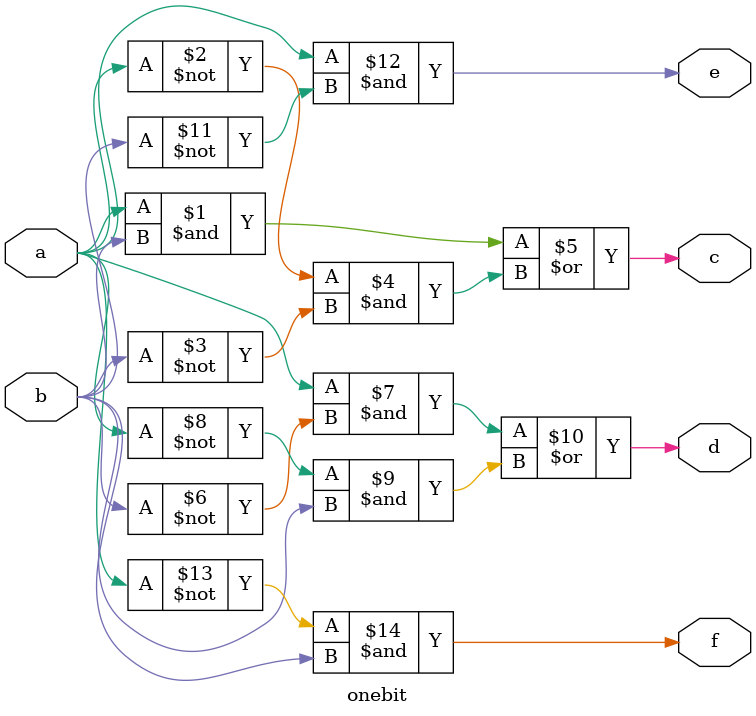
<source format=v>
`timescale 1ns / 1ps

module onebit(
input a,b,
output c,d,e,f
    );
assign c = (a&b)|((~a)&(~b));
assign d = ((a&(~b))|((~a)&b));
assign e = a&(~b);
assign f = (~a)&b;
endmodule
</source>
